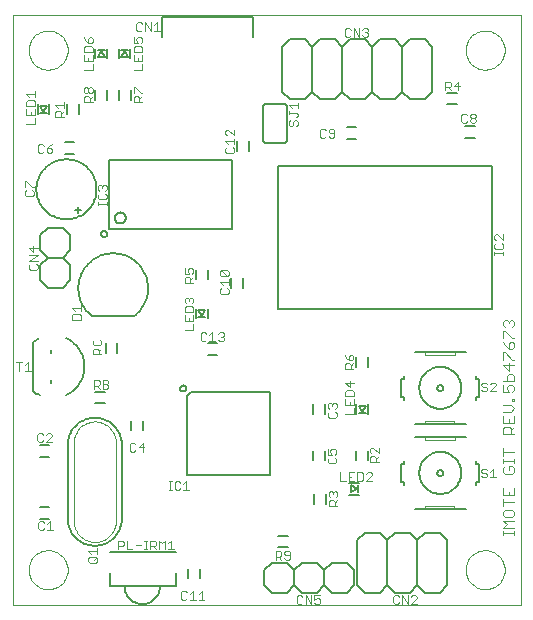
<source format=gto>
G75*
G70*
%OFA0B0*%
%FSLAX24Y24*%
%IPPOS*%
%LPD*%
%AMOC8*
5,1,8,0,0,1.08239X$1,22.5*
%
%ADD10C,0.0000*%
%ADD11C,0.0030*%
%ADD12C,0.0060*%
%ADD13C,0.0050*%
%ADD14C,0.0020*%
D10*
X001110Y000743D02*
X001110Y020428D01*
X018039Y020428D01*
X018039Y000743D01*
X001110Y000743D01*
X001641Y001924D02*
X001643Y001974D01*
X001649Y002024D01*
X001659Y002074D01*
X001672Y002122D01*
X001689Y002170D01*
X001710Y002216D01*
X001734Y002260D01*
X001762Y002302D01*
X001793Y002342D01*
X001827Y002379D01*
X001864Y002414D01*
X001903Y002445D01*
X001944Y002474D01*
X001988Y002499D01*
X002034Y002521D01*
X002081Y002539D01*
X002129Y002553D01*
X002178Y002564D01*
X002228Y002571D01*
X002278Y002574D01*
X002329Y002573D01*
X002379Y002568D01*
X002429Y002559D01*
X002477Y002547D01*
X002525Y002530D01*
X002571Y002510D01*
X002616Y002487D01*
X002659Y002460D01*
X002699Y002430D01*
X002737Y002397D01*
X002772Y002361D01*
X002805Y002322D01*
X002834Y002281D01*
X002860Y002238D01*
X002883Y002193D01*
X002902Y002146D01*
X002917Y002098D01*
X002929Y002049D01*
X002937Y001999D01*
X002941Y001949D01*
X002941Y001899D01*
X002937Y001849D01*
X002929Y001799D01*
X002917Y001750D01*
X002902Y001702D01*
X002883Y001655D01*
X002860Y001610D01*
X002834Y001567D01*
X002805Y001526D01*
X002772Y001487D01*
X002737Y001451D01*
X002699Y001418D01*
X002659Y001388D01*
X002616Y001361D01*
X002571Y001338D01*
X002525Y001318D01*
X002477Y001301D01*
X002429Y001289D01*
X002379Y001280D01*
X002329Y001275D01*
X002278Y001274D01*
X002228Y001277D01*
X002178Y001284D01*
X002129Y001295D01*
X002081Y001309D01*
X002034Y001327D01*
X001988Y001349D01*
X001944Y001374D01*
X001903Y001403D01*
X001864Y001434D01*
X001827Y001469D01*
X001793Y001506D01*
X001762Y001546D01*
X001734Y001588D01*
X001710Y001632D01*
X001689Y001678D01*
X001672Y001726D01*
X001659Y001774D01*
X001649Y001824D01*
X001643Y001874D01*
X001641Y001924D01*
X001641Y019247D02*
X001643Y019297D01*
X001649Y019347D01*
X001659Y019397D01*
X001672Y019445D01*
X001689Y019493D01*
X001710Y019539D01*
X001734Y019583D01*
X001762Y019625D01*
X001793Y019665D01*
X001827Y019702D01*
X001864Y019737D01*
X001903Y019768D01*
X001944Y019797D01*
X001988Y019822D01*
X002034Y019844D01*
X002081Y019862D01*
X002129Y019876D01*
X002178Y019887D01*
X002228Y019894D01*
X002278Y019897D01*
X002329Y019896D01*
X002379Y019891D01*
X002429Y019882D01*
X002477Y019870D01*
X002525Y019853D01*
X002571Y019833D01*
X002616Y019810D01*
X002659Y019783D01*
X002699Y019753D01*
X002737Y019720D01*
X002772Y019684D01*
X002805Y019645D01*
X002834Y019604D01*
X002860Y019561D01*
X002883Y019516D01*
X002902Y019469D01*
X002917Y019421D01*
X002929Y019372D01*
X002937Y019322D01*
X002941Y019272D01*
X002941Y019222D01*
X002937Y019172D01*
X002929Y019122D01*
X002917Y019073D01*
X002902Y019025D01*
X002883Y018978D01*
X002860Y018933D01*
X002834Y018890D01*
X002805Y018849D01*
X002772Y018810D01*
X002737Y018774D01*
X002699Y018741D01*
X002659Y018711D01*
X002616Y018684D01*
X002571Y018661D01*
X002525Y018641D01*
X002477Y018624D01*
X002429Y018612D01*
X002379Y018603D01*
X002329Y018598D01*
X002278Y018597D01*
X002228Y018600D01*
X002178Y018607D01*
X002129Y018618D01*
X002081Y018632D01*
X002034Y018650D01*
X001988Y018672D01*
X001944Y018697D01*
X001903Y018726D01*
X001864Y018757D01*
X001827Y018792D01*
X001793Y018829D01*
X001762Y018869D01*
X001734Y018911D01*
X001710Y018955D01*
X001689Y019001D01*
X001672Y019049D01*
X001659Y019097D01*
X001649Y019147D01*
X001643Y019197D01*
X001641Y019247D01*
X016208Y019247D02*
X016210Y019297D01*
X016216Y019347D01*
X016226Y019397D01*
X016239Y019445D01*
X016256Y019493D01*
X016277Y019539D01*
X016301Y019583D01*
X016329Y019625D01*
X016360Y019665D01*
X016394Y019702D01*
X016431Y019737D01*
X016470Y019768D01*
X016511Y019797D01*
X016555Y019822D01*
X016601Y019844D01*
X016648Y019862D01*
X016696Y019876D01*
X016745Y019887D01*
X016795Y019894D01*
X016845Y019897D01*
X016896Y019896D01*
X016946Y019891D01*
X016996Y019882D01*
X017044Y019870D01*
X017092Y019853D01*
X017138Y019833D01*
X017183Y019810D01*
X017226Y019783D01*
X017266Y019753D01*
X017304Y019720D01*
X017339Y019684D01*
X017372Y019645D01*
X017401Y019604D01*
X017427Y019561D01*
X017450Y019516D01*
X017469Y019469D01*
X017484Y019421D01*
X017496Y019372D01*
X017504Y019322D01*
X017508Y019272D01*
X017508Y019222D01*
X017504Y019172D01*
X017496Y019122D01*
X017484Y019073D01*
X017469Y019025D01*
X017450Y018978D01*
X017427Y018933D01*
X017401Y018890D01*
X017372Y018849D01*
X017339Y018810D01*
X017304Y018774D01*
X017266Y018741D01*
X017226Y018711D01*
X017183Y018684D01*
X017138Y018661D01*
X017092Y018641D01*
X017044Y018624D01*
X016996Y018612D01*
X016946Y018603D01*
X016896Y018598D01*
X016845Y018597D01*
X016795Y018600D01*
X016745Y018607D01*
X016696Y018618D01*
X016648Y018632D01*
X016601Y018650D01*
X016555Y018672D01*
X016511Y018697D01*
X016470Y018726D01*
X016431Y018757D01*
X016394Y018792D01*
X016360Y018829D01*
X016329Y018869D01*
X016301Y018911D01*
X016277Y018955D01*
X016256Y019001D01*
X016239Y019049D01*
X016226Y019097D01*
X016216Y019147D01*
X016210Y019197D01*
X016208Y019247D01*
X016208Y001924D02*
X016210Y001974D01*
X016216Y002024D01*
X016226Y002074D01*
X016239Y002122D01*
X016256Y002170D01*
X016277Y002216D01*
X016301Y002260D01*
X016329Y002302D01*
X016360Y002342D01*
X016394Y002379D01*
X016431Y002414D01*
X016470Y002445D01*
X016511Y002474D01*
X016555Y002499D01*
X016601Y002521D01*
X016648Y002539D01*
X016696Y002553D01*
X016745Y002564D01*
X016795Y002571D01*
X016845Y002574D01*
X016896Y002573D01*
X016946Y002568D01*
X016996Y002559D01*
X017044Y002547D01*
X017092Y002530D01*
X017138Y002510D01*
X017183Y002487D01*
X017226Y002460D01*
X017266Y002430D01*
X017304Y002397D01*
X017339Y002361D01*
X017372Y002322D01*
X017401Y002281D01*
X017427Y002238D01*
X017450Y002193D01*
X017469Y002146D01*
X017484Y002098D01*
X017496Y002049D01*
X017504Y001999D01*
X017508Y001949D01*
X017508Y001899D01*
X017504Y001849D01*
X017496Y001799D01*
X017484Y001750D01*
X017469Y001702D01*
X017450Y001655D01*
X017427Y001610D01*
X017401Y001567D01*
X017372Y001526D01*
X017339Y001487D01*
X017304Y001451D01*
X017266Y001418D01*
X017226Y001388D01*
X017183Y001361D01*
X017138Y001338D01*
X017092Y001318D01*
X017044Y001301D01*
X016996Y001289D01*
X016946Y001280D01*
X016896Y001275D01*
X016845Y001274D01*
X016795Y001277D01*
X016745Y001284D01*
X016696Y001295D01*
X016648Y001309D01*
X016601Y001327D01*
X016555Y001349D01*
X016511Y001374D01*
X016470Y001403D01*
X016431Y001434D01*
X016394Y001469D01*
X016360Y001506D01*
X016329Y001546D01*
X016301Y001588D01*
X016277Y001632D01*
X016256Y001678D01*
X016239Y001726D01*
X016226Y001774D01*
X016216Y001824D01*
X016210Y001874D01*
X016208Y001924D01*
D11*
X017463Y003081D02*
X017463Y003202D01*
X017463Y003141D02*
X017827Y003141D01*
X017827Y003081D02*
X017827Y003202D01*
X017827Y003322D02*
X017463Y003322D01*
X017585Y003444D01*
X017463Y003565D01*
X017827Y003565D01*
X017767Y003685D02*
X017827Y003745D01*
X017827Y003867D01*
X017767Y003927D01*
X017524Y003927D01*
X017463Y003867D01*
X017463Y003745D01*
X017524Y003685D01*
X017767Y003685D01*
X017463Y004047D02*
X017463Y004290D01*
X017463Y004410D02*
X017827Y004410D01*
X017827Y004652D01*
X017645Y004531D02*
X017645Y004410D01*
X017463Y004410D02*
X017463Y004652D01*
X017224Y005003D02*
X017031Y005003D01*
X017128Y005003D02*
X017128Y005293D01*
X017031Y005197D01*
X016930Y005245D02*
X016881Y005293D01*
X016785Y005293D01*
X016736Y005245D01*
X016736Y005197D01*
X016785Y005148D01*
X016881Y005148D01*
X016930Y005100D01*
X016930Y005051D01*
X016881Y005003D01*
X016785Y005003D01*
X016736Y005051D01*
X017463Y005189D02*
X017524Y005128D01*
X017767Y005128D01*
X017827Y005189D01*
X017827Y005310D01*
X017767Y005371D01*
X017645Y005371D01*
X017645Y005249D01*
X017524Y005371D02*
X017463Y005310D01*
X017463Y005189D01*
X017463Y005490D02*
X017463Y005612D01*
X017463Y005551D02*
X017827Y005551D01*
X017827Y005490D02*
X017827Y005612D01*
X017827Y005853D02*
X017463Y005853D01*
X017463Y005732D02*
X017463Y005975D01*
X017463Y006457D02*
X017463Y006639D01*
X017524Y006700D01*
X017645Y006700D01*
X017706Y006639D01*
X017706Y006457D01*
X017706Y006578D02*
X017827Y006700D01*
X017827Y006820D02*
X017827Y007062D01*
X017706Y007182D02*
X017827Y007303D01*
X017706Y007425D01*
X017463Y007425D01*
X017463Y007182D02*
X017706Y007182D01*
X017767Y007545D02*
X017767Y007605D01*
X017827Y007605D01*
X017827Y007545D01*
X017767Y007545D01*
X017767Y007840D02*
X017827Y007901D01*
X017827Y008022D01*
X017767Y008083D01*
X017645Y008083D01*
X017585Y008022D01*
X017585Y007962D01*
X017645Y007840D01*
X017463Y007840D01*
X017463Y008083D01*
X017463Y008203D02*
X017827Y008203D01*
X017827Y008385D01*
X017767Y008446D01*
X017645Y008446D01*
X017585Y008385D01*
X017585Y008203D01*
X017645Y008565D02*
X017645Y008808D01*
X017767Y008928D02*
X017827Y008928D01*
X017767Y008928D02*
X017524Y009171D01*
X017463Y009171D01*
X017463Y008928D01*
X017463Y008747D02*
X017645Y008565D01*
X017827Y008747D02*
X017463Y008747D01*
X017645Y009291D02*
X017645Y009473D01*
X017706Y009533D01*
X017767Y009533D01*
X017827Y009473D01*
X017827Y009351D01*
X017767Y009291D01*
X017645Y009291D01*
X017524Y009412D01*
X017463Y009533D01*
X017463Y009653D02*
X017463Y009896D01*
X017524Y009896D01*
X017767Y009653D01*
X017827Y009653D01*
X017767Y010016D02*
X017827Y010076D01*
X017827Y010198D01*
X017767Y010258D01*
X017706Y010258D01*
X017645Y010198D01*
X017645Y010137D01*
X017645Y010198D02*
X017585Y010258D01*
X017524Y010258D01*
X017463Y010198D01*
X017463Y010076D01*
X017524Y010016D01*
X017176Y008167D02*
X017079Y008167D01*
X017031Y008119D01*
X016930Y008119D02*
X016881Y008167D01*
X016785Y008167D01*
X016736Y008119D01*
X016736Y008071D01*
X016785Y008022D01*
X016881Y008022D01*
X016930Y007974D01*
X016930Y007925D01*
X016881Y007877D01*
X016785Y007877D01*
X016736Y007925D01*
X017031Y007877D02*
X017224Y008071D01*
X017224Y008119D01*
X017176Y008167D01*
X017224Y007877D02*
X017031Y007877D01*
X017463Y007062D02*
X017463Y006820D01*
X017827Y006820D01*
X017645Y006820D02*
X017645Y006941D01*
X017827Y006457D02*
X017463Y006457D01*
X017463Y004169D02*
X017827Y004169D01*
X014581Y001029D02*
X014533Y001078D01*
X014436Y001078D01*
X014388Y001029D01*
X014287Y001078D02*
X014287Y000787D01*
X014093Y001078D01*
X014093Y000787D01*
X013992Y000836D02*
X013944Y000787D01*
X013847Y000787D01*
X013798Y000836D01*
X013798Y001029D01*
X013847Y001078D01*
X013944Y001078D01*
X013992Y001029D01*
X014388Y000787D02*
X014581Y000981D01*
X014581Y001029D01*
X014581Y000787D02*
X014388Y000787D01*
X011933Y004051D02*
X011643Y004051D01*
X011643Y004196D01*
X011691Y004245D01*
X011788Y004245D01*
X011837Y004196D01*
X011837Y004051D01*
X011837Y004148D02*
X011933Y004245D01*
X011885Y004346D02*
X011933Y004394D01*
X011933Y004491D01*
X011885Y004539D01*
X011837Y004539D01*
X011788Y004491D01*
X011788Y004443D01*
X011788Y004491D02*
X011740Y004539D01*
X011691Y004539D01*
X011643Y004491D01*
X011643Y004394D01*
X011691Y004346D01*
X012010Y004886D02*
X012204Y004886D01*
X012305Y004886D02*
X012498Y004886D01*
X012600Y004886D02*
X012600Y005176D01*
X012745Y005176D01*
X012793Y005128D01*
X012793Y004934D01*
X012745Y004886D01*
X012600Y004886D01*
X012402Y005031D02*
X012305Y005031D01*
X012305Y005176D02*
X012305Y004886D01*
X012305Y005176D02*
X012498Y005176D01*
X012010Y005176D02*
X012010Y004886D01*
X011846Y005468D02*
X011652Y005468D01*
X011604Y005517D01*
X011604Y005614D01*
X011652Y005662D01*
X011604Y005763D02*
X011749Y005763D01*
X011700Y005860D01*
X011700Y005908D01*
X011749Y005957D01*
X011846Y005957D01*
X011894Y005908D01*
X011894Y005811D01*
X011846Y005763D01*
X011846Y005662D02*
X011894Y005614D01*
X011894Y005517D01*
X011846Y005468D01*
X011604Y005763D02*
X011604Y005957D01*
X011664Y007000D02*
X011857Y007000D01*
X011906Y007048D01*
X011906Y007145D01*
X011857Y007193D01*
X011857Y007295D02*
X011906Y007343D01*
X011906Y007440D01*
X011857Y007488D01*
X011809Y007488D01*
X011761Y007440D01*
X011761Y007391D01*
X011761Y007440D02*
X011712Y007488D01*
X011664Y007488D01*
X011615Y007440D01*
X011615Y007343D01*
X011664Y007295D01*
X011664Y007193D02*
X011615Y007145D01*
X011615Y007048D01*
X011664Y007000D01*
X012194Y007123D02*
X012484Y007123D01*
X012484Y007317D01*
X012484Y007418D02*
X012194Y007418D01*
X012194Y007611D01*
X012194Y007713D02*
X012194Y007858D01*
X012243Y007906D01*
X012436Y007906D01*
X012484Y007858D01*
X012484Y007713D01*
X012194Y007713D01*
X012339Y007515D02*
X012339Y007418D01*
X012484Y007418D02*
X012484Y007611D01*
X012339Y008007D02*
X012339Y008201D01*
X012484Y008152D02*
X012194Y008152D01*
X012339Y008007D01*
X012370Y008607D02*
X012370Y008753D01*
X012322Y008801D01*
X012225Y008801D01*
X012177Y008753D01*
X012177Y008607D01*
X012467Y008607D01*
X012370Y008704D02*
X012467Y008801D01*
X012418Y008902D02*
X012467Y008950D01*
X012467Y009047D01*
X012418Y009096D01*
X012370Y009096D01*
X012322Y009047D01*
X012322Y008902D01*
X012418Y008902D01*
X012322Y008902D02*
X012225Y008999D01*
X012177Y009096D01*
X013069Y005996D02*
X013021Y005948D01*
X013021Y005851D01*
X013069Y005802D01*
X013069Y005701D02*
X013166Y005701D01*
X013214Y005653D01*
X013214Y005508D01*
X013214Y005605D02*
X013311Y005701D01*
X013311Y005802D02*
X013118Y005996D01*
X013069Y005996D01*
X013311Y005996D02*
X013311Y005802D01*
X013069Y005701D02*
X013021Y005653D01*
X013021Y005508D01*
X013311Y005508D01*
X013039Y005176D02*
X012943Y005176D01*
X012894Y005128D01*
X013039Y005176D02*
X013088Y005128D01*
X013088Y005080D01*
X012894Y004886D01*
X013088Y004886D01*
X010361Y002504D02*
X010361Y002310D01*
X010313Y002262D01*
X010216Y002262D01*
X010168Y002310D01*
X010216Y002407D02*
X010361Y002407D01*
X010361Y002504D02*
X010313Y002552D01*
X010216Y002552D01*
X010168Y002504D01*
X010168Y002455D01*
X010216Y002407D01*
X010067Y002407D02*
X010018Y002358D01*
X009873Y002358D01*
X009873Y002262D02*
X009873Y002552D01*
X010018Y002552D01*
X010067Y002504D01*
X010067Y002407D01*
X009970Y002358D02*
X010067Y002262D01*
X010624Y001071D02*
X010575Y001023D01*
X010575Y000829D01*
X010624Y000781D01*
X010721Y000781D01*
X010769Y000829D01*
X010870Y000781D02*
X010870Y001071D01*
X011064Y000781D01*
X011064Y001071D01*
X011165Y001071D02*
X011165Y000926D01*
X011262Y000974D01*
X011310Y000974D01*
X011358Y000926D01*
X011358Y000829D01*
X011310Y000781D01*
X011213Y000781D01*
X011165Y000829D01*
X011165Y001071D02*
X011358Y001071D01*
X010769Y001023D02*
X010721Y001071D01*
X010624Y001071D01*
X007500Y000926D02*
X007307Y000926D01*
X007404Y000926D02*
X007404Y001216D01*
X007307Y001119D01*
X007206Y000926D02*
X007012Y000926D01*
X007109Y000926D02*
X007109Y001216D01*
X007012Y001119D01*
X006911Y001168D02*
X006863Y001216D01*
X006766Y001216D01*
X006718Y001168D01*
X006718Y000974D01*
X006766Y000926D01*
X006863Y000926D01*
X006911Y000974D01*
X006478Y002607D02*
X006285Y002607D01*
X006381Y002607D02*
X006381Y002898D01*
X006285Y002801D01*
X006183Y002898D02*
X006183Y002607D01*
X005990Y002607D02*
X005990Y002898D01*
X006087Y002801D01*
X006183Y002898D01*
X005889Y002849D02*
X005889Y002753D01*
X005840Y002704D01*
X005695Y002704D01*
X005695Y002607D02*
X005695Y002898D01*
X005840Y002898D01*
X005889Y002849D01*
X005792Y002704D02*
X005889Y002607D01*
X005596Y002607D02*
X005499Y002607D01*
X005547Y002607D02*
X005547Y002898D01*
X005499Y002898D02*
X005596Y002898D01*
X005398Y002753D02*
X005204Y002753D01*
X005103Y002607D02*
X004910Y002607D01*
X004910Y002898D01*
X004808Y002849D02*
X004808Y002753D01*
X004760Y002704D01*
X004615Y002704D01*
X004615Y002607D02*
X004615Y002898D01*
X004760Y002898D01*
X004808Y002849D01*
X003924Y002652D02*
X003924Y002459D01*
X003924Y002555D02*
X003634Y002555D01*
X003730Y002459D01*
X003682Y002358D02*
X003634Y002309D01*
X003634Y002212D01*
X003682Y002164D01*
X003876Y002164D01*
X003924Y002212D01*
X003924Y002309D01*
X003876Y002358D01*
X003682Y002358D01*
X003827Y002261D02*
X003924Y002358D01*
X002456Y003257D02*
X002262Y003257D01*
X002359Y003257D02*
X002359Y003547D01*
X002262Y003450D01*
X002161Y003499D02*
X002113Y003547D01*
X002016Y003547D01*
X001968Y003499D01*
X001968Y003305D01*
X002016Y003257D01*
X002113Y003257D01*
X002161Y003305D01*
X002223Y006190D02*
X002416Y006384D01*
X002416Y006432D01*
X002368Y006480D01*
X002271Y006480D01*
X002223Y006432D01*
X002122Y006432D02*
X002073Y006480D01*
X001977Y006480D01*
X001928Y006432D01*
X001928Y006238D01*
X001977Y006190D01*
X002073Y006190D01*
X002122Y006238D01*
X002223Y006190D02*
X002416Y006190D01*
X003813Y007966D02*
X003813Y008257D01*
X003958Y008257D01*
X004006Y008208D01*
X004006Y008112D01*
X003958Y008063D01*
X003813Y008063D01*
X003909Y008063D02*
X004006Y007966D01*
X004107Y007966D02*
X004107Y008257D01*
X004252Y008257D01*
X004301Y008208D01*
X004301Y008160D01*
X004252Y008112D01*
X004107Y008112D01*
X004252Y008112D02*
X004301Y008063D01*
X004301Y008015D01*
X004252Y007966D01*
X004107Y007966D01*
X004067Y009107D02*
X003777Y009107D01*
X003777Y009252D01*
X003825Y009300D01*
X003922Y009300D01*
X003970Y009252D01*
X003970Y009107D01*
X003970Y009203D02*
X004067Y009300D01*
X004018Y009401D02*
X004067Y009450D01*
X004067Y009546D01*
X004018Y009595D01*
X003825Y009595D02*
X003777Y009546D01*
X003777Y009450D01*
X003825Y009401D01*
X004018Y009401D01*
X003372Y010265D02*
X003372Y010410D01*
X003323Y010458D01*
X003130Y010458D01*
X003081Y010410D01*
X003081Y010265D01*
X003372Y010265D01*
X003372Y010560D02*
X003372Y010753D01*
X003372Y010656D02*
X003081Y010656D01*
X003178Y010560D01*
X001890Y011927D02*
X001938Y011976D01*
X001938Y012073D01*
X001890Y012121D01*
X001938Y012222D02*
X001648Y012222D01*
X001938Y012416D01*
X001648Y012416D01*
X001793Y012517D02*
X001648Y012662D01*
X001938Y012662D01*
X001793Y012710D02*
X001793Y012517D01*
X001696Y012121D02*
X001648Y012073D01*
X001648Y011976D01*
X001696Y011927D01*
X001890Y011927D01*
X003949Y014075D02*
X003949Y014172D01*
X003949Y014123D02*
X004239Y014123D01*
X004239Y014075D02*
X004239Y014172D01*
X004191Y014272D02*
X004239Y014320D01*
X004239Y014417D01*
X004191Y014465D01*
X004191Y014566D02*
X004239Y014615D01*
X004239Y014711D01*
X004191Y014760D01*
X004143Y014760D01*
X004094Y014711D01*
X004094Y014663D01*
X004094Y014711D02*
X004046Y014760D01*
X003997Y014760D01*
X003949Y014711D01*
X003949Y014615D01*
X003997Y014566D01*
X003997Y014465D02*
X003949Y014417D01*
X003949Y014320D01*
X003997Y014272D01*
X004191Y014272D01*
X002432Y015872D02*
X002432Y015920D01*
X002384Y015969D01*
X002238Y015969D01*
X002238Y015872D01*
X002287Y015824D01*
X002384Y015824D01*
X002432Y015872D01*
X002335Y016065D02*
X002238Y015969D01*
X002335Y016065D02*
X002432Y016114D01*
X002137Y016065D02*
X002089Y016114D01*
X001992Y016114D01*
X001944Y016065D01*
X001944Y015872D01*
X001992Y015824D01*
X002089Y015824D01*
X002137Y015872D01*
X001569Y014872D02*
X001762Y014679D01*
X001810Y014679D01*
X001762Y014578D02*
X001810Y014529D01*
X001810Y014433D01*
X001762Y014384D01*
X001569Y014384D01*
X001520Y014433D01*
X001520Y014529D01*
X001569Y014578D01*
X001520Y014679D02*
X001520Y014872D01*
X001569Y014872D01*
X001564Y016793D02*
X001855Y016793D01*
X001855Y016986D01*
X001855Y017087D02*
X001855Y017281D01*
X001855Y017382D02*
X001855Y017527D01*
X001806Y017575D01*
X001613Y017575D01*
X001564Y017527D01*
X001564Y017382D01*
X001855Y017382D01*
X001709Y017184D02*
X001709Y017087D01*
X001564Y017087D02*
X001564Y017281D01*
X001564Y017087D02*
X001855Y017087D01*
X001855Y017677D02*
X001855Y017870D01*
X001855Y017773D02*
X001564Y017773D01*
X001661Y017677D01*
X002533Y017423D02*
X002823Y017423D01*
X002823Y017326D02*
X002823Y017520D01*
X002630Y017326D02*
X002533Y017423D01*
X002581Y017225D02*
X002678Y017225D01*
X002726Y017177D01*
X002726Y017031D01*
X002823Y017031D02*
X002533Y017031D01*
X002533Y017177D01*
X002581Y017225D01*
X002726Y017128D02*
X002823Y017225D01*
X003483Y017516D02*
X003483Y017661D01*
X003532Y017709D01*
X003628Y017709D01*
X003677Y017661D01*
X003677Y017516D01*
X003773Y017516D02*
X003483Y017516D01*
X003677Y017612D02*
X003773Y017709D01*
X003725Y017810D02*
X003677Y017810D01*
X003628Y017859D01*
X003628Y017955D01*
X003677Y018004D01*
X003725Y018004D01*
X003773Y017955D01*
X003773Y017859D01*
X003725Y017810D01*
X003628Y017859D02*
X003580Y017810D01*
X003532Y017810D01*
X003483Y017859D01*
X003483Y017955D01*
X003532Y018004D01*
X003580Y018004D01*
X003628Y017955D01*
X003770Y018593D02*
X003480Y018593D01*
X003480Y018888D02*
X003770Y018888D01*
X003770Y019081D01*
X003770Y019183D02*
X003770Y019328D01*
X003722Y019376D01*
X003528Y019376D01*
X003480Y019328D01*
X003480Y019183D01*
X003770Y019183D01*
X003625Y018985D02*
X003625Y018888D01*
X003480Y018888D02*
X003480Y019081D01*
X003770Y018787D02*
X003770Y018593D01*
X003722Y019477D02*
X003625Y019477D01*
X003625Y019622D01*
X003673Y019671D01*
X003722Y019671D01*
X003770Y019622D01*
X003770Y019526D01*
X003722Y019477D01*
X003625Y019477D02*
X003528Y019574D01*
X003480Y019671D01*
X005137Y019671D02*
X005137Y019477D01*
X005282Y019477D01*
X005234Y019574D01*
X005234Y019622D01*
X005282Y019671D01*
X005379Y019671D01*
X005427Y019622D01*
X005427Y019526D01*
X005379Y019477D01*
X005379Y019376D02*
X005186Y019376D01*
X005137Y019328D01*
X005137Y019183D01*
X005427Y019183D01*
X005427Y019328D01*
X005379Y019376D01*
X005427Y019081D02*
X005427Y018888D01*
X005137Y018888D01*
X005137Y019081D01*
X005282Y018985D02*
X005282Y018888D01*
X005427Y018787D02*
X005427Y018593D01*
X005137Y018593D01*
X005137Y018004D02*
X005185Y018004D01*
X005379Y017810D01*
X005427Y017810D01*
X005427Y017709D02*
X005330Y017612D01*
X005330Y017661D02*
X005330Y017516D01*
X005427Y017516D02*
X005137Y017516D01*
X005137Y017661D01*
X005185Y017709D01*
X005282Y017709D01*
X005330Y017661D01*
X005137Y017810D02*
X005137Y018004D01*
X005275Y019881D02*
X005372Y019881D01*
X005420Y019929D01*
X005521Y019881D02*
X005521Y020171D01*
X005715Y019881D01*
X005715Y020171D01*
X005816Y020074D02*
X005913Y020171D01*
X005913Y019881D01*
X005816Y019881D02*
X006010Y019881D01*
X005420Y020122D02*
X005372Y020171D01*
X005275Y020171D01*
X005227Y020122D01*
X005227Y019929D01*
X005275Y019881D01*
X008249Y016595D02*
X008200Y016547D01*
X008200Y016450D01*
X008249Y016401D01*
X008249Y016595D02*
X008297Y016595D01*
X008490Y016401D01*
X008490Y016595D01*
X008490Y016300D02*
X008490Y016107D01*
X008490Y016204D02*
X008200Y016204D01*
X008297Y016107D01*
X008249Y016006D02*
X008200Y015957D01*
X008200Y015860D01*
X008249Y015812D01*
X008442Y015812D01*
X008490Y015860D01*
X008490Y015957D01*
X008442Y016006D01*
X010319Y016766D02*
X010367Y016717D01*
X010415Y016717D01*
X010464Y016766D01*
X010464Y016862D01*
X010512Y016911D01*
X010561Y016911D01*
X010609Y016862D01*
X010609Y016766D01*
X010561Y016717D01*
X010319Y016766D02*
X010319Y016862D01*
X010367Y016911D01*
X010319Y017109D02*
X010319Y017205D01*
X010319Y017157D02*
X010561Y017157D01*
X010609Y017109D01*
X010609Y017060D01*
X010561Y017012D01*
X010609Y017307D02*
X010609Y017500D01*
X010609Y017403D02*
X010319Y017403D01*
X010415Y017307D01*
X011348Y016574D02*
X011348Y016381D01*
X011396Y016332D01*
X011493Y016332D01*
X011541Y016381D01*
X011642Y016381D02*
X011691Y016332D01*
X011787Y016332D01*
X011836Y016381D01*
X011836Y016574D01*
X011787Y016623D01*
X011691Y016623D01*
X011642Y016574D01*
X011642Y016526D01*
X011691Y016477D01*
X011836Y016477D01*
X011541Y016574D02*
X011493Y016623D01*
X011396Y016623D01*
X011348Y016574D01*
X012227Y019689D02*
X012324Y019689D01*
X012373Y019737D01*
X012474Y019689D02*
X012474Y019979D01*
X012667Y019689D01*
X012667Y019979D01*
X012768Y019930D02*
X012817Y019979D01*
X012913Y019979D01*
X012962Y019930D01*
X012962Y019882D01*
X012913Y019834D01*
X012962Y019785D01*
X012962Y019737D01*
X012913Y019689D01*
X012817Y019689D01*
X012768Y019737D01*
X012865Y019834D02*
X012913Y019834D01*
X012373Y019930D02*
X012324Y019979D01*
X012227Y019979D01*
X012179Y019930D01*
X012179Y019737D01*
X012227Y019689D01*
X015529Y018196D02*
X015529Y017906D01*
X015529Y018003D02*
X015674Y018003D01*
X015723Y018051D01*
X015723Y018148D01*
X015674Y018196D01*
X015529Y018196D01*
X015626Y018003D02*
X015723Y017906D01*
X015824Y018051D02*
X015969Y018196D01*
X015969Y017906D01*
X016017Y018051D02*
X015824Y018051D01*
X016110Y017117D02*
X016061Y017069D01*
X016061Y016875D01*
X016110Y016827D01*
X016207Y016827D01*
X016255Y016875D01*
X016356Y016875D02*
X016356Y016924D01*
X016404Y016972D01*
X016501Y016972D01*
X016550Y016924D01*
X016550Y016875D01*
X016501Y016827D01*
X016404Y016827D01*
X016356Y016875D01*
X016404Y016972D02*
X016356Y017021D01*
X016356Y017069D01*
X016404Y017117D01*
X016501Y017117D01*
X016550Y017069D01*
X016550Y017021D01*
X016501Y016972D01*
X016255Y017069D02*
X016207Y017117D01*
X016110Y017117D01*
X017214Y013104D02*
X017166Y013055D01*
X017166Y012959D01*
X017214Y012910D01*
X017214Y012809D02*
X017166Y012761D01*
X017166Y012664D01*
X017214Y012616D01*
X017407Y012616D01*
X017456Y012664D01*
X017456Y012761D01*
X017407Y012809D01*
X017456Y012910D02*
X017262Y013104D01*
X017214Y013104D01*
X017456Y013104D02*
X017456Y012910D01*
X017456Y012516D02*
X017456Y012419D01*
X017456Y012468D02*
X017166Y012468D01*
X017166Y012516D02*
X017166Y012419D01*
X008311Y011853D02*
X008311Y011756D01*
X008263Y011708D01*
X008069Y011901D01*
X008263Y011901D01*
X008311Y011853D01*
X008263Y011708D02*
X008069Y011708D01*
X008021Y011756D01*
X008021Y011853D01*
X008069Y011901D01*
X008311Y011607D02*
X008311Y011413D01*
X008311Y011510D02*
X008021Y011510D01*
X008118Y011413D01*
X008069Y011312D02*
X008021Y011264D01*
X008021Y011167D01*
X008069Y011119D01*
X008263Y011119D01*
X008311Y011167D01*
X008311Y011264D01*
X008263Y011312D01*
X007130Y011492D02*
X006840Y011492D01*
X006840Y011637D01*
X006888Y011686D01*
X006985Y011686D01*
X007033Y011637D01*
X007033Y011492D01*
X007033Y011589D02*
X007130Y011686D01*
X007082Y011787D02*
X007130Y011835D01*
X007130Y011932D01*
X007082Y011980D01*
X006985Y011980D01*
X006937Y011932D01*
X006937Y011883D01*
X006985Y011787D01*
X006840Y011787D01*
X006840Y011980D01*
X006888Y010996D02*
X006937Y010996D01*
X006985Y010948D01*
X007033Y010996D01*
X007082Y010996D01*
X007130Y010948D01*
X007130Y010851D01*
X007082Y010802D01*
X007082Y010701D02*
X006888Y010701D01*
X006840Y010653D01*
X006840Y010508D01*
X007130Y010508D01*
X007130Y010653D01*
X007082Y010701D01*
X006888Y010802D02*
X006840Y010851D01*
X006840Y010948D01*
X006888Y010996D01*
X006985Y010948D02*
X006985Y010899D01*
X006840Y010407D02*
X006840Y010213D01*
X007130Y010213D01*
X007130Y010407D01*
X006985Y010310D02*
X006985Y010213D01*
X007130Y010112D02*
X007130Y009919D01*
X006840Y009919D01*
X007372Y009790D02*
X007372Y009597D01*
X007421Y009548D01*
X007518Y009548D01*
X007566Y009597D01*
X007667Y009548D02*
X007861Y009548D01*
X007764Y009548D02*
X007764Y009839D01*
X007667Y009742D01*
X007566Y009790D02*
X007518Y009839D01*
X007421Y009839D01*
X007372Y009790D01*
X007962Y009790D02*
X008010Y009839D01*
X008107Y009839D01*
X008155Y009790D01*
X008155Y009742D01*
X008107Y009693D01*
X008155Y009645D01*
X008155Y009597D01*
X008107Y009548D01*
X008010Y009548D01*
X007962Y009597D01*
X008058Y009693D02*
X008107Y009693D01*
X005449Y006155D02*
X005304Y006010D01*
X005497Y006010D01*
X005449Y005865D02*
X005449Y006155D01*
X005203Y006106D02*
X005154Y006155D01*
X005057Y006155D01*
X005009Y006106D01*
X005009Y005913D01*
X005057Y005865D01*
X005154Y005865D01*
X005203Y005913D01*
X006312Y004876D02*
X006408Y004876D01*
X006360Y004876D02*
X006360Y004585D01*
X006312Y004585D02*
X006408Y004585D01*
X006508Y004634D02*
X006508Y004827D01*
X006556Y004876D01*
X006653Y004876D01*
X006701Y004827D01*
X006803Y004779D02*
X006899Y004876D01*
X006899Y004585D01*
X006803Y004585D02*
X006996Y004585D01*
X006701Y004634D02*
X006653Y004585D01*
X006556Y004585D01*
X006508Y004634D01*
X001710Y008554D02*
X001517Y008554D01*
X001613Y008554D02*
X001613Y008844D01*
X001517Y008747D01*
X001416Y008844D02*
X001222Y008844D01*
X001319Y008844D02*
X001319Y008554D01*
D12*
X002947Y006090D02*
X002947Y003626D01*
X002949Y003567D01*
X002955Y003509D01*
X002964Y003450D01*
X002978Y003393D01*
X002995Y003337D01*
X003016Y003282D01*
X003040Y003228D01*
X003068Y003176D01*
X003099Y003126D01*
X003133Y003078D01*
X003170Y003033D01*
X003211Y002990D01*
X003254Y002949D01*
X003299Y002912D01*
X003347Y002878D01*
X003397Y002847D01*
X003449Y002819D01*
X003503Y002795D01*
X003558Y002774D01*
X003614Y002757D01*
X003671Y002743D01*
X003730Y002734D01*
X003788Y002728D01*
X003847Y002726D01*
X003906Y002728D01*
X003964Y002734D01*
X004023Y002743D01*
X004080Y002757D01*
X004136Y002774D01*
X004191Y002795D01*
X004245Y002819D01*
X004297Y002847D01*
X004347Y002878D01*
X004395Y002912D01*
X004440Y002949D01*
X004483Y002990D01*
X004524Y003033D01*
X004561Y003078D01*
X004595Y003126D01*
X004626Y003176D01*
X004654Y003228D01*
X004678Y003282D01*
X004699Y003337D01*
X004716Y003393D01*
X004730Y003450D01*
X004739Y003509D01*
X004745Y003567D01*
X004747Y003626D01*
X004747Y006090D01*
X004745Y006149D01*
X004739Y006207D01*
X004730Y006266D01*
X004716Y006323D01*
X004699Y006379D01*
X004678Y006434D01*
X004654Y006488D01*
X004626Y006540D01*
X004595Y006590D01*
X004561Y006638D01*
X004524Y006683D01*
X004483Y006726D01*
X004440Y006767D01*
X004395Y006804D01*
X004347Y006838D01*
X004297Y006869D01*
X004245Y006897D01*
X004191Y006921D01*
X004136Y006942D01*
X004080Y006959D01*
X004023Y006973D01*
X003964Y006982D01*
X003906Y006988D01*
X003847Y006990D01*
X003788Y006988D01*
X003730Y006982D01*
X003671Y006973D01*
X003614Y006959D01*
X003558Y006942D01*
X003503Y006921D01*
X003449Y006897D01*
X003397Y006869D01*
X003347Y006838D01*
X003299Y006804D01*
X003254Y006767D01*
X003211Y006726D01*
X003170Y006683D01*
X003133Y006638D01*
X003099Y006590D01*
X003068Y006540D01*
X003040Y006488D01*
X003016Y006434D01*
X002995Y006379D01*
X002978Y006323D01*
X002964Y006266D01*
X002955Y006207D01*
X002949Y006149D01*
X002947Y006090D01*
X006912Y005088D02*
X006912Y007708D01*
X007052Y007848D01*
X009672Y007848D01*
X009672Y005088D01*
X006912Y005088D01*
X009750Y002160D02*
X009500Y001910D01*
X009500Y001410D01*
X009750Y001160D01*
X010250Y001160D01*
X010500Y001410D01*
X010750Y001160D01*
X011250Y001160D01*
X011500Y001410D01*
X011750Y001160D01*
X012250Y001160D01*
X012500Y001410D01*
X012500Y001910D01*
X012250Y002160D01*
X011750Y002160D01*
X011500Y001910D01*
X011500Y001410D01*
X011500Y001910D02*
X011250Y002160D01*
X010750Y002160D01*
X010500Y001910D01*
X010500Y001410D01*
X010500Y001910D02*
X010250Y002160D01*
X009750Y002160D01*
X012602Y001410D02*
X012602Y002910D01*
X012852Y003160D01*
X013352Y003160D01*
X013602Y002910D01*
X013602Y001410D01*
X013852Y001160D01*
X014352Y001160D01*
X014602Y001410D01*
X014852Y001160D01*
X015352Y001160D01*
X015602Y001410D01*
X015602Y002910D01*
X015352Y003160D01*
X014852Y003160D01*
X014602Y002910D01*
X014602Y001410D01*
X013602Y001410D02*
X013352Y001160D01*
X012852Y001160D01*
X012602Y001410D01*
X013602Y002910D02*
X013852Y003160D01*
X014352Y003160D01*
X014602Y002910D01*
X014512Y003952D02*
X014862Y003952D01*
X015812Y003952D01*
X016212Y003952D01*
X016562Y004752D02*
X016562Y004852D01*
X016662Y004852D01*
X016662Y005452D01*
X016562Y005452D01*
X016562Y005552D01*
X016212Y006352D02*
X015862Y006352D01*
X014862Y006352D01*
X014512Y006352D01*
X014512Y006787D02*
X014862Y006787D01*
X015812Y006787D01*
X016212Y006787D01*
X016562Y007587D02*
X016562Y007687D01*
X016662Y007687D01*
X016662Y008287D01*
X016562Y008287D01*
X016562Y008387D01*
X016212Y009187D02*
X015862Y009187D01*
X014862Y009187D01*
X014512Y009187D01*
X014162Y008387D02*
X014162Y008287D01*
X014062Y008287D01*
X014062Y007687D01*
X014162Y007687D01*
X014162Y007587D01*
X015262Y007987D02*
X015264Y008007D01*
X015270Y008025D01*
X015279Y008043D01*
X015291Y008058D01*
X015306Y008070D01*
X015324Y008079D01*
X015342Y008085D01*
X015362Y008087D01*
X015382Y008085D01*
X015400Y008079D01*
X015418Y008070D01*
X015433Y008058D01*
X015445Y008043D01*
X015454Y008025D01*
X015460Y008007D01*
X015462Y007987D01*
X015460Y007967D01*
X015454Y007949D01*
X015445Y007931D01*
X015433Y007916D01*
X015418Y007904D01*
X015400Y007895D01*
X015382Y007889D01*
X015362Y007887D01*
X015342Y007889D01*
X015324Y007895D01*
X015306Y007904D01*
X015291Y007916D01*
X015279Y007931D01*
X015270Y007949D01*
X015264Y007967D01*
X015262Y007987D01*
X014662Y007987D02*
X014664Y008039D01*
X014670Y008091D01*
X014680Y008143D01*
X014693Y008193D01*
X014710Y008243D01*
X014731Y008291D01*
X014756Y008337D01*
X014784Y008381D01*
X014815Y008423D01*
X014849Y008463D01*
X014886Y008500D01*
X014926Y008534D01*
X014968Y008565D01*
X015012Y008593D01*
X015058Y008618D01*
X015106Y008639D01*
X015156Y008656D01*
X015206Y008669D01*
X015258Y008679D01*
X015310Y008685D01*
X015362Y008687D01*
X015414Y008685D01*
X015466Y008679D01*
X015518Y008669D01*
X015568Y008656D01*
X015618Y008639D01*
X015666Y008618D01*
X015712Y008593D01*
X015756Y008565D01*
X015798Y008534D01*
X015838Y008500D01*
X015875Y008463D01*
X015909Y008423D01*
X015940Y008381D01*
X015968Y008337D01*
X015993Y008291D01*
X016014Y008243D01*
X016031Y008193D01*
X016044Y008143D01*
X016054Y008091D01*
X016060Y008039D01*
X016062Y007987D01*
X016060Y007935D01*
X016054Y007883D01*
X016044Y007831D01*
X016031Y007781D01*
X016014Y007731D01*
X015993Y007683D01*
X015968Y007637D01*
X015940Y007593D01*
X015909Y007551D01*
X015875Y007511D01*
X015838Y007474D01*
X015798Y007440D01*
X015756Y007409D01*
X015712Y007381D01*
X015666Y007356D01*
X015618Y007335D01*
X015568Y007318D01*
X015518Y007305D01*
X015466Y007295D01*
X015414Y007289D01*
X015362Y007287D01*
X015310Y007289D01*
X015258Y007295D01*
X015206Y007305D01*
X015156Y007318D01*
X015106Y007335D01*
X015058Y007356D01*
X015012Y007381D01*
X014968Y007409D01*
X014926Y007440D01*
X014886Y007474D01*
X014849Y007511D01*
X014815Y007551D01*
X014784Y007593D01*
X014756Y007637D01*
X014731Y007683D01*
X014710Y007731D01*
X014693Y007781D01*
X014680Y007831D01*
X014670Y007883D01*
X014664Y007935D01*
X014662Y007987D01*
X014162Y005552D02*
X014162Y005452D01*
X014062Y005452D01*
X014062Y004852D01*
X014162Y004852D01*
X014162Y004752D01*
X015262Y005152D02*
X015264Y005172D01*
X015270Y005190D01*
X015279Y005208D01*
X015291Y005223D01*
X015306Y005235D01*
X015324Y005244D01*
X015342Y005250D01*
X015362Y005252D01*
X015382Y005250D01*
X015400Y005244D01*
X015418Y005235D01*
X015433Y005223D01*
X015445Y005208D01*
X015454Y005190D01*
X015460Y005172D01*
X015462Y005152D01*
X015460Y005132D01*
X015454Y005114D01*
X015445Y005096D01*
X015433Y005081D01*
X015418Y005069D01*
X015400Y005060D01*
X015382Y005054D01*
X015362Y005052D01*
X015342Y005054D01*
X015324Y005060D01*
X015306Y005069D01*
X015291Y005081D01*
X015279Y005096D01*
X015270Y005114D01*
X015264Y005132D01*
X015262Y005152D01*
X014662Y005152D02*
X014664Y005204D01*
X014670Y005256D01*
X014680Y005308D01*
X014693Y005358D01*
X014710Y005408D01*
X014731Y005456D01*
X014756Y005502D01*
X014784Y005546D01*
X014815Y005588D01*
X014849Y005628D01*
X014886Y005665D01*
X014926Y005699D01*
X014968Y005730D01*
X015012Y005758D01*
X015058Y005783D01*
X015106Y005804D01*
X015156Y005821D01*
X015206Y005834D01*
X015258Y005844D01*
X015310Y005850D01*
X015362Y005852D01*
X015414Y005850D01*
X015466Y005844D01*
X015518Y005834D01*
X015568Y005821D01*
X015618Y005804D01*
X015666Y005783D01*
X015712Y005758D01*
X015756Y005730D01*
X015798Y005699D01*
X015838Y005665D01*
X015875Y005628D01*
X015909Y005588D01*
X015940Y005546D01*
X015968Y005502D01*
X015993Y005456D01*
X016014Y005408D01*
X016031Y005358D01*
X016044Y005308D01*
X016054Y005256D01*
X016060Y005204D01*
X016062Y005152D01*
X016060Y005100D01*
X016054Y005048D01*
X016044Y004996D01*
X016031Y004946D01*
X016014Y004896D01*
X015993Y004848D01*
X015968Y004802D01*
X015940Y004758D01*
X015909Y004716D01*
X015875Y004676D01*
X015838Y004639D01*
X015798Y004605D01*
X015756Y004574D01*
X015712Y004546D01*
X015666Y004521D01*
X015618Y004500D01*
X015568Y004483D01*
X015518Y004470D01*
X015466Y004460D01*
X015414Y004454D01*
X015362Y004452D01*
X015310Y004454D01*
X015258Y004460D01*
X015206Y004470D01*
X015156Y004483D01*
X015106Y004500D01*
X015058Y004521D01*
X015012Y004546D01*
X014968Y004574D01*
X014926Y004605D01*
X014886Y004639D01*
X014849Y004676D01*
X014815Y004716D01*
X014784Y004758D01*
X014756Y004802D01*
X014731Y004848D01*
X014710Y004896D01*
X014693Y004946D01*
X014680Y004996D01*
X014670Y005048D01*
X014664Y005100D01*
X014662Y005152D01*
X008408Y013270D02*
X004313Y013270D01*
X004313Y015573D01*
X008408Y015573D01*
X008408Y013270D01*
X009547Y016160D02*
X010147Y016160D01*
X010164Y016162D01*
X010181Y016166D01*
X010197Y016173D01*
X010211Y016183D01*
X010224Y016196D01*
X010234Y016210D01*
X010241Y016226D01*
X010245Y016243D01*
X010247Y016260D01*
X010247Y017360D01*
X010245Y017377D01*
X010241Y017394D01*
X010234Y017410D01*
X010224Y017424D01*
X010211Y017437D01*
X010197Y017447D01*
X010181Y017454D01*
X010164Y017458D01*
X010147Y017460D01*
X009547Y017460D01*
X009530Y017458D01*
X009513Y017454D01*
X009497Y017447D01*
X009483Y017437D01*
X009470Y017424D01*
X009460Y017410D01*
X009453Y017394D01*
X009449Y017377D01*
X009447Y017360D01*
X009447Y016260D01*
X009449Y016243D01*
X009453Y016226D01*
X009460Y016210D01*
X009470Y016196D01*
X009483Y016183D01*
X009497Y016173D01*
X009513Y016166D01*
X009530Y016162D01*
X009547Y016160D01*
X010345Y017606D02*
X010095Y017856D01*
X010095Y019356D01*
X010345Y019606D01*
X010845Y019606D01*
X011095Y019356D01*
X011095Y017856D01*
X010845Y017606D01*
X010345Y017606D01*
X011095Y017856D02*
X011345Y017606D01*
X011845Y017606D01*
X012095Y017856D01*
X012095Y019356D01*
X011845Y019606D01*
X011345Y019606D01*
X011095Y019356D01*
X012095Y019356D02*
X012345Y019606D01*
X012845Y019606D01*
X013095Y019356D01*
X013095Y017856D01*
X012845Y017606D01*
X012345Y017606D01*
X012095Y017856D01*
X013095Y017856D02*
X013345Y017606D01*
X013845Y017606D01*
X014095Y017856D01*
X014095Y019356D01*
X013845Y019606D01*
X013345Y019606D01*
X013095Y019356D01*
X014095Y019356D02*
X014345Y019606D01*
X014845Y019606D01*
X015095Y019356D01*
X015095Y017856D01*
X014845Y017606D01*
X014345Y017606D01*
X014095Y017856D01*
X004516Y013654D02*
X004518Y013680D01*
X004524Y013706D01*
X004533Y013731D01*
X004546Y013754D01*
X004562Y013775D01*
X004581Y013793D01*
X004603Y013809D01*
X004626Y013821D01*
X004651Y013829D01*
X004677Y013834D01*
X004704Y013835D01*
X004730Y013832D01*
X004755Y013825D01*
X004780Y013815D01*
X004802Y013801D01*
X004823Y013784D01*
X004840Y013765D01*
X004855Y013743D01*
X004866Y013719D01*
X004874Y013693D01*
X004878Y013667D01*
X004878Y013641D01*
X004874Y013615D01*
X004866Y013589D01*
X004855Y013565D01*
X004840Y013543D01*
X004823Y013524D01*
X004802Y013507D01*
X004780Y013493D01*
X004755Y013483D01*
X004730Y013476D01*
X004704Y013473D01*
X004677Y013474D01*
X004651Y013479D01*
X004626Y013487D01*
X004603Y013499D01*
X004581Y013515D01*
X004562Y013533D01*
X004546Y013554D01*
X004533Y013577D01*
X004524Y013602D01*
X004518Y013628D01*
X004516Y013654D01*
X003401Y013906D02*
X003201Y013906D01*
X003301Y014006D02*
X003301Y013806D01*
X002778Y013318D02*
X003028Y013068D01*
X003028Y012568D01*
X002778Y012318D01*
X003028Y012068D01*
X003028Y011568D01*
X002778Y011318D01*
X002278Y011318D01*
X002028Y011568D01*
X002028Y012068D01*
X002278Y012318D01*
X002028Y012568D01*
X002028Y013068D01*
X002278Y013318D01*
X002778Y013318D01*
X002778Y012318D02*
X002278Y012318D01*
X001901Y014606D02*
X001903Y014669D01*
X001909Y014731D01*
X001919Y014793D01*
X001932Y014855D01*
X001950Y014915D01*
X001971Y014974D01*
X001996Y015032D01*
X002025Y015088D01*
X002057Y015142D01*
X002092Y015194D01*
X002130Y015243D01*
X002172Y015291D01*
X002216Y015335D01*
X002264Y015377D01*
X002313Y015415D01*
X002365Y015450D01*
X002419Y015482D01*
X002475Y015511D01*
X002533Y015536D01*
X002592Y015557D01*
X002652Y015575D01*
X002714Y015588D01*
X002776Y015598D01*
X002838Y015604D01*
X002901Y015606D01*
X002964Y015604D01*
X003026Y015598D01*
X003088Y015588D01*
X003150Y015575D01*
X003210Y015557D01*
X003269Y015536D01*
X003327Y015511D01*
X003383Y015482D01*
X003437Y015450D01*
X003489Y015415D01*
X003538Y015377D01*
X003586Y015335D01*
X003630Y015291D01*
X003672Y015243D01*
X003710Y015194D01*
X003745Y015142D01*
X003777Y015088D01*
X003806Y015032D01*
X003831Y014974D01*
X003852Y014915D01*
X003870Y014855D01*
X003883Y014793D01*
X003893Y014731D01*
X003899Y014669D01*
X003901Y014606D01*
X003899Y014543D01*
X003893Y014481D01*
X003883Y014419D01*
X003870Y014357D01*
X003852Y014297D01*
X003831Y014238D01*
X003806Y014180D01*
X003777Y014124D01*
X003745Y014070D01*
X003710Y014018D01*
X003672Y013969D01*
X003630Y013921D01*
X003586Y013877D01*
X003538Y013835D01*
X003489Y013797D01*
X003437Y013762D01*
X003383Y013730D01*
X003327Y013701D01*
X003269Y013676D01*
X003210Y013655D01*
X003150Y013637D01*
X003088Y013624D01*
X003026Y013614D01*
X002964Y013608D01*
X002901Y013606D01*
X002838Y013608D01*
X002776Y013614D01*
X002714Y013624D01*
X002652Y013637D01*
X002592Y013655D01*
X002533Y013676D01*
X002475Y013701D01*
X002419Y013730D01*
X002365Y013762D01*
X002313Y013797D01*
X002264Y013835D01*
X002216Y013877D01*
X002172Y013921D01*
X002130Y013969D01*
X002092Y014018D01*
X002057Y014070D01*
X002025Y014124D01*
X001996Y014180D01*
X001971Y014238D01*
X001950Y014297D01*
X001932Y014357D01*
X001919Y014419D01*
X001909Y014481D01*
X001903Y014543D01*
X001901Y014606D01*
D13*
X002848Y015781D02*
X003163Y015781D01*
X003163Y016174D02*
X002848Y016174D01*
X002921Y017121D02*
X002921Y017436D01*
X003315Y017436D02*
X003315Y017121D01*
X003856Y017593D02*
X003856Y017908D01*
X004250Y017908D02*
X004250Y017593D01*
X004643Y017593D02*
X004643Y017908D01*
X005037Y017908D02*
X005037Y017593D01*
X005035Y018969D02*
X005035Y019284D01*
X004957Y019244D02*
X004720Y019244D01*
X004642Y019284D02*
X004642Y018969D01*
X004720Y019008D02*
X004839Y019205D01*
X004957Y019008D01*
X004720Y019008D01*
X004252Y018969D02*
X004252Y019284D01*
X004173Y019244D02*
X003937Y019244D01*
X003858Y019284D02*
X003858Y018969D01*
X003937Y019008D02*
X004055Y019205D01*
X004173Y019008D01*
X003937Y019008D01*
X002331Y017436D02*
X002331Y017121D01*
X002252Y017160D02*
X002016Y017160D01*
X001937Y017121D02*
X001937Y017436D01*
X002016Y017396D02*
X002134Y017199D01*
X002252Y017396D01*
X002016Y017396D01*
X004056Y013122D02*
X004058Y013142D01*
X004064Y013160D01*
X004073Y013178D01*
X004085Y013193D01*
X004100Y013205D01*
X004118Y013214D01*
X004136Y013220D01*
X004156Y013222D01*
X004176Y013220D01*
X004194Y013214D01*
X004212Y013205D01*
X004227Y013193D01*
X004239Y013178D01*
X004248Y013160D01*
X004254Y013142D01*
X004256Y013122D01*
X004254Y013102D01*
X004248Y013084D01*
X004239Y013066D01*
X004227Y013051D01*
X004212Y013039D01*
X004194Y013030D01*
X004176Y013024D01*
X004156Y013022D01*
X004136Y013024D01*
X004118Y013030D01*
X004100Y013039D01*
X004085Y013051D01*
X004073Y013066D01*
X004064Y013084D01*
X004058Y013102D01*
X004056Y013122D01*
X003763Y010381D02*
X003711Y010423D01*
X003660Y010468D01*
X003613Y010516D01*
X003568Y010567D01*
X003527Y010620D01*
X003488Y010675D01*
X003453Y010732D01*
X003421Y010792D01*
X003393Y010853D01*
X003368Y010916D01*
X003347Y010980D01*
X003330Y011045D01*
X003316Y011111D01*
X003307Y011178D01*
X003301Y011245D01*
X003299Y011313D01*
X003301Y011380D01*
X003307Y011447D01*
X003317Y011514D01*
X003331Y011580D01*
X003348Y011645D01*
X003370Y011709D01*
X003395Y011772D01*
X003423Y011833D01*
X003455Y011892D01*
X003491Y011949D01*
X003530Y012005D01*
X003572Y012057D01*
X003616Y012108D01*
X003664Y012155D01*
X003715Y012200D01*
X003768Y012242D01*
X003823Y012281D01*
X003880Y012316D01*
X003940Y012348D01*
X004001Y012376D01*
X004063Y012401D01*
X004127Y012422D01*
X004193Y012440D01*
X004259Y012453D01*
X004325Y012463D01*
X004393Y012469D01*
X004460Y012471D01*
X004527Y012469D01*
X004595Y012463D01*
X004661Y012453D01*
X004727Y012440D01*
X004793Y012422D01*
X004857Y012401D01*
X004919Y012376D01*
X004980Y012348D01*
X005040Y012316D01*
X005097Y012281D01*
X005152Y012242D01*
X005205Y012200D01*
X005256Y012155D01*
X005304Y012108D01*
X005348Y012057D01*
X005390Y012005D01*
X005429Y011949D01*
X005465Y011892D01*
X005497Y011833D01*
X005525Y011772D01*
X005550Y011709D01*
X005572Y011645D01*
X005589Y011580D01*
X005603Y011514D01*
X005613Y011447D01*
X005619Y011380D01*
X005621Y011313D01*
X005619Y011245D01*
X005613Y011178D01*
X005604Y011111D01*
X005590Y011045D01*
X005573Y010980D01*
X005552Y010916D01*
X005527Y010853D01*
X005499Y010792D01*
X005467Y010732D01*
X005432Y010675D01*
X005393Y010620D01*
X005352Y010567D01*
X005307Y010516D01*
X005260Y010468D01*
X005209Y010423D01*
X005157Y010381D01*
X003763Y010381D01*
X004206Y009470D02*
X004206Y009155D01*
X004600Y009155D02*
X004600Y009470D01*
X004176Y007866D02*
X003861Y007866D01*
X003861Y007473D02*
X004176Y007473D01*
X005047Y006885D02*
X005047Y006570D01*
X005441Y006570D02*
X005441Y006885D01*
X006692Y007968D02*
X006694Y007988D01*
X006700Y008006D01*
X006709Y008024D01*
X006721Y008039D01*
X006736Y008051D01*
X006754Y008060D01*
X006772Y008066D01*
X006792Y008068D01*
X006812Y008066D01*
X006830Y008060D01*
X006848Y008051D01*
X006863Y008039D01*
X006875Y008024D01*
X006884Y008006D01*
X006890Y007988D01*
X006892Y007968D01*
X006890Y007948D01*
X006884Y007930D01*
X006875Y007912D01*
X006863Y007897D01*
X006848Y007885D01*
X006830Y007876D01*
X006812Y007870D01*
X006792Y007868D01*
X006772Y007870D01*
X006754Y007876D01*
X006736Y007885D01*
X006721Y007897D01*
X006709Y007912D01*
X006700Y007930D01*
X006694Y007948D01*
X006692Y007968D01*
X007618Y009094D02*
X007933Y009094D01*
X007933Y009488D02*
X007618Y009488D01*
X007606Y010310D02*
X007606Y010625D01*
X007528Y010585D02*
X007409Y010388D01*
X007291Y010585D01*
X007528Y010585D01*
X007528Y010349D02*
X007291Y010349D01*
X007213Y010310D02*
X007213Y010625D01*
X007213Y011609D02*
X007213Y011924D01*
X007606Y011924D02*
X007606Y011609D01*
X008394Y011648D02*
X008394Y011333D01*
X008787Y011333D02*
X008787Y011648D01*
X009949Y010625D02*
X009949Y015369D01*
X017075Y015369D01*
X017075Y010625D01*
X009949Y010625D01*
X012567Y009010D02*
X012567Y008696D01*
X012961Y008696D02*
X012961Y009010D01*
X012961Y007436D02*
X012961Y007121D01*
X012882Y007160D02*
X012646Y007160D01*
X012567Y007121D02*
X012567Y007436D01*
X012646Y007396D02*
X012764Y007199D01*
X012882Y007396D01*
X012646Y007396D01*
X011504Y007436D02*
X011504Y007121D01*
X011110Y007121D02*
X011110Y007436D01*
X011110Y005900D02*
X011110Y005585D01*
X011504Y005585D02*
X011504Y005900D01*
X012335Y004825D02*
X012650Y004825D01*
X012610Y004747D02*
X012610Y004510D01*
X012650Y004432D02*
X012335Y004432D01*
X012374Y004510D02*
X012571Y004629D01*
X012374Y004747D01*
X012374Y004510D01*
X011543Y004444D02*
X011543Y004129D01*
X011150Y004129D02*
X011150Y004444D01*
X010276Y003067D02*
X009961Y003067D01*
X009961Y002673D02*
X010276Y002673D01*
X012567Y005585D02*
X012567Y005900D01*
X012961Y005900D02*
X012961Y005585D01*
X007348Y001959D02*
X007348Y001644D01*
X006954Y001644D02*
X006954Y001959D01*
X006568Y001805D02*
X006568Y001372D01*
X006017Y001372D01*
X004836Y001372D01*
X004364Y001372D01*
X004364Y001805D01*
X004364Y002514D02*
X006568Y002514D01*
X006018Y001372D02*
X006016Y001324D01*
X006010Y001277D01*
X006001Y001231D01*
X005988Y001185D01*
X005971Y001140D01*
X005950Y001097D01*
X005927Y001056D01*
X005899Y001017D01*
X005869Y000980D01*
X005836Y000946D01*
X005801Y000914D01*
X005763Y000886D01*
X005722Y000860D01*
X005680Y000838D01*
X005637Y000819D01*
X005591Y000804D01*
X005545Y000793D01*
X005498Y000785D01*
X005451Y000781D01*
X005403Y000781D01*
X005356Y000785D01*
X005309Y000793D01*
X005263Y000804D01*
X005217Y000819D01*
X005174Y000838D01*
X005132Y000860D01*
X005091Y000886D01*
X005053Y000914D01*
X005018Y000946D01*
X004985Y000980D01*
X004955Y001017D01*
X004927Y001056D01*
X004904Y001097D01*
X004883Y001140D01*
X004866Y001185D01*
X004853Y001231D01*
X004844Y001277D01*
X004838Y001324D01*
X004836Y001372D01*
X002331Y003629D02*
X002016Y003629D01*
X002016Y004023D02*
X002331Y004023D01*
X002331Y005696D02*
X002016Y005696D01*
X002016Y006090D02*
X002331Y006090D01*
X001799Y007871D02*
X001799Y009520D01*
X002399Y009248D02*
X002399Y009143D01*
X002002Y009646D02*
X001948Y009619D01*
X001897Y009589D01*
X001847Y009556D01*
X001799Y009521D01*
X002896Y009646D02*
X002953Y009617D01*
X003009Y009584D01*
X003062Y009549D01*
X003113Y009509D01*
X003161Y009467D01*
X003207Y009422D01*
X003250Y009375D01*
X003290Y009325D01*
X003327Y009272D01*
X003360Y009217D01*
X003391Y009161D01*
X003417Y009102D01*
X003440Y009042D01*
X003460Y008981D01*
X003475Y008919D01*
X003487Y008856D01*
X003495Y008792D01*
X003499Y008728D01*
X003499Y008664D01*
X003495Y008600D01*
X003487Y008536D01*
X003475Y008473D01*
X003460Y008411D01*
X003440Y008350D01*
X003417Y008290D01*
X003391Y008231D01*
X003360Y008175D01*
X003327Y008120D01*
X003290Y008067D01*
X003250Y008017D01*
X003207Y007970D01*
X003161Y007925D01*
X003113Y007883D01*
X003062Y007843D01*
X003009Y007808D01*
X002953Y007775D01*
X002896Y007746D01*
X002399Y008143D02*
X002399Y008248D01*
X002011Y007741D02*
X001955Y007768D01*
X001901Y007799D01*
X001849Y007833D01*
X001799Y007870D01*
X008590Y015900D02*
X008590Y016215D01*
X008984Y016215D02*
X008984Y015900D01*
X009122Y019680D02*
X009122Y020349D01*
X006090Y020349D01*
X006090Y019680D01*
X012252Y016683D02*
X012567Y016683D01*
X012567Y016289D02*
X012252Y016289D01*
X015598Y017436D02*
X015913Y017436D01*
X015913Y017829D02*
X015598Y017829D01*
X016189Y016727D02*
X016504Y016727D01*
X016504Y016333D02*
X016189Y016333D01*
D14*
X015862Y009187D02*
X015862Y009087D01*
X014862Y009087D01*
X014862Y009187D01*
X014862Y006887D02*
X014862Y006787D01*
X014862Y006887D02*
X015812Y006887D01*
X015812Y006787D01*
X015862Y006352D02*
X015862Y006252D01*
X014862Y006252D01*
X014862Y006352D01*
X014862Y004052D02*
X014862Y003952D01*
X014862Y004052D02*
X015812Y004052D01*
X015812Y003952D01*
X004547Y003547D02*
X004547Y006168D01*
X004545Y006219D01*
X004540Y006270D01*
X004530Y006320D01*
X004517Y006370D01*
X004501Y006418D01*
X004481Y006465D01*
X004457Y006511D01*
X004431Y006554D01*
X004401Y006596D01*
X004368Y006635D01*
X004333Y006672D01*
X004295Y006706D01*
X004254Y006737D01*
X004212Y006766D01*
X004167Y006791D01*
X004121Y006812D01*
X004073Y006831D01*
X004024Y006845D01*
X003974Y006856D01*
X003924Y006864D01*
X003873Y006868D01*
X003821Y006868D01*
X003770Y006864D01*
X003720Y006856D01*
X003670Y006845D01*
X003621Y006831D01*
X003573Y006812D01*
X003527Y006791D01*
X003482Y006766D01*
X003440Y006737D01*
X003399Y006706D01*
X003361Y006672D01*
X003326Y006635D01*
X003293Y006596D01*
X003263Y006554D01*
X003237Y006511D01*
X003213Y006465D01*
X003193Y006418D01*
X003177Y006370D01*
X003164Y006320D01*
X003154Y006270D01*
X003149Y006219D01*
X003147Y006168D01*
X003147Y003547D01*
X003149Y003496D01*
X003154Y003445D01*
X003164Y003395D01*
X003177Y003345D01*
X003193Y003297D01*
X003213Y003250D01*
X003237Y003204D01*
X003263Y003161D01*
X003293Y003119D01*
X003326Y003080D01*
X003361Y003043D01*
X003399Y003009D01*
X003440Y002978D01*
X003482Y002949D01*
X003527Y002924D01*
X003573Y002903D01*
X003621Y002884D01*
X003670Y002870D01*
X003720Y002859D01*
X003770Y002851D01*
X003821Y002847D01*
X003873Y002847D01*
X003924Y002851D01*
X003974Y002859D01*
X004024Y002870D01*
X004073Y002884D01*
X004121Y002903D01*
X004167Y002924D01*
X004212Y002949D01*
X004254Y002978D01*
X004295Y003009D01*
X004333Y003043D01*
X004368Y003080D01*
X004401Y003119D01*
X004431Y003161D01*
X004457Y003204D01*
X004481Y003250D01*
X004501Y003297D01*
X004517Y003345D01*
X004530Y003395D01*
X004540Y003445D01*
X004545Y003496D01*
X004547Y003547D01*
M02*

</source>
